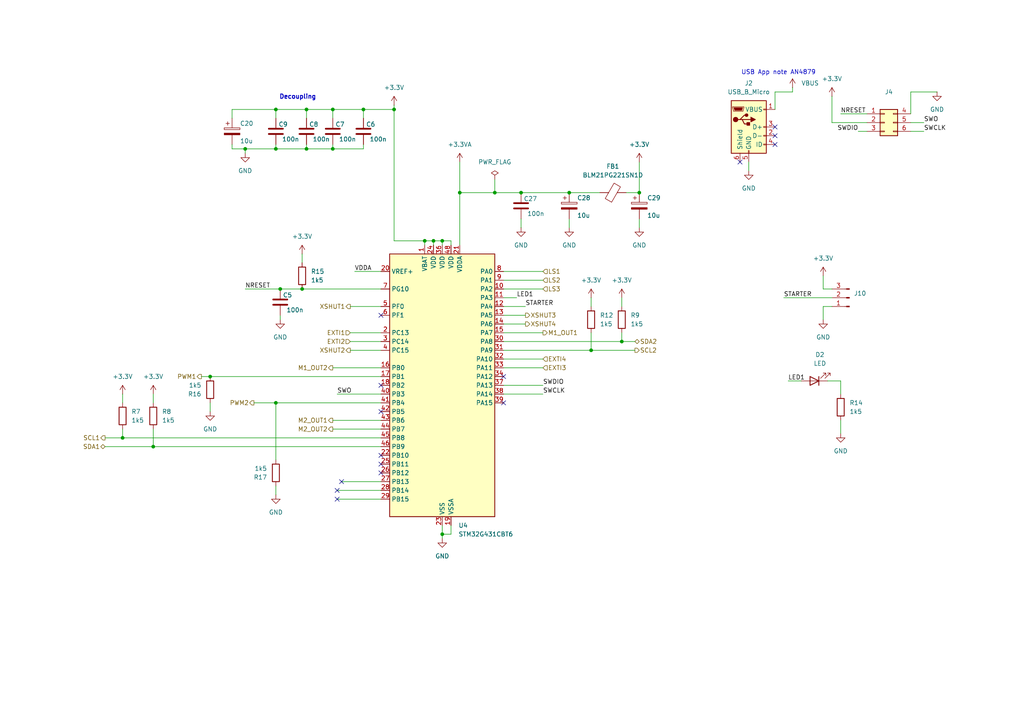
<source format=kicad_sch>
(kicad_sch (version 20250114) (generator "eeschema") (generator_version "9.0")
  (paper "A4")
  (lib_symbols
    (symbol "Connector:Conn_01x03_Pin" (pin_names (offset 1.016) (hide yes))
      (property "Reference" "J" (at 0 5.08 0))
      (property "Value" "Conn_01x03_Pin" (at 0 -5.08 0))
      (symbol "Conn_01x03_Pin_1_1"
        (rectangle (start 0.8636 2.667) (end 0 2.413) (stroke (width 0.1524)) (fill (type outline)))
        (rectangle (start 0.8636 0.127) (end 0 -0.127) (stroke (width 0.1524)) (fill (type outline)))
        (rectangle (start 0.8636 -2.413) (end 0 -2.667) (stroke (width 0.1524)) (fill (type outline)))
        (polyline (pts (xy 1.27 2.54) (xy 0.8636 2.54)) (stroke (width 0.1524)))
        (polyline (pts (xy 1.27 0) (xy 0.8636 0)) (stroke (width 0.1524)))
        (polyline (pts (xy 1.27 -2.54) (xy 0.8636 -2.54)) (stroke (width 0.1524)))
        (pin passive line (at 5.08 2.54 180) (length 3.81) (name "Pin_1") (number "1"))
        (pin passive line (at 5.08 0 180) (length 3.81) (name "Pin_2") (number "2"))
        (pin passive line (at 5.08 -2.54 180) (length 3.81) (name "Pin_3") (number "3"))
      )
    )
    (symbol "Connector:USB_B_Micro" (pin_names (offset 1.016))
      (property "Reference" "J" (at -5.08 11.43 0))
      (property "Value" "USB_B_Micro" (at -5.08 8.89 0))
      (symbol "USB_B_Micro_0_1"
        (rectangle (start -5.08 -7.62) (end 5.08 7.62) (stroke (width 0.254)) (fill (type background)))
        (polyline (pts (xy -4.699 5.842) (xy -4.699 5.588) (xy -4.445 4.826) (xy -4.445 4.572) (xy -1.651 4.572) (xy -1.651 4.826) (xy -1.397 5.588) (xy -1.397 5.842) (xy -4.699 5.842)))
        (polyline (pts (xy -4.318 5.588) (xy -1.778 5.588) (xy -2.032 4.826) (xy -4.064 4.826) (xy -4.318 5.588)) (fill (type outline)))
        (circle (center -3.81 2.159) (radius 0.635) (stroke (width 0.254)) (fill (type outline)))
        (polyline (pts (xy -3.175 2.159) (xy -2.54 2.159) (xy -1.27 3.429) (xy -0.635 3.429)) (stroke (width 0.254)))
        (polyline (pts (xy -2.54 2.159) (xy -1.905 2.159) (xy -1.27 0.889) (xy 0 0.889)) (stroke (width 0.254)))
        (polyline (pts (xy -1.905 2.159) (xy 0.635 2.159)) (stroke (width 0.254)))
        (circle (center -0.635 3.429) (radius 0.381) (stroke (width 0.254)) (fill (type outline)))
        (rectangle (start -0.127 -7.62) (end 0.127 -6.858))
        (rectangle (start 0.254 1.27) (end -0.508 0.508) (stroke (width 0.254)) (fill (type outline)))
        (polyline (pts (xy 0.635 2.794) (xy 0.635 1.524) (xy 1.905 2.159) (xy 0.635 2.794)) (stroke (width 0.254)) (fill (type outline)))
        (rectangle (start 5.08 4.953) (end 4.318 5.207))
        (rectangle (start 5.08 -0.127) (end 4.318 0.127))
        (rectangle (start 5.08 -2.667) (end 4.318 -2.413))
        (rectangle (start 5.08 -5.207) (end 4.318 -4.953))
      )
      (symbol "USB_B_Micro_1_1"
        (pin passive line (at -2.54 -10.16 90) (length 2.54) (name "Shield") (number "6"))
        (pin power_out line (at 0 -10.16 90) (length 2.54) (name "GND") (number "5"))
        (pin power_out line (at 7.62 5.08 180) (length 2.54) (name "VBUS") (number "1"))
        (pin bidirectional line (at 7.62 0 180) (length 2.54) (name "D+") (number "3"))
        (pin bidirectional line (at 7.62 -2.54 180) (length 2.54) (name "D-") (number "2"))
        (pin passive line (at 7.62 -5.08 180) (length 2.54) (name "ID") (number "4"))
      )
    )
    (symbol "Connector_Generic:Conn_02x03_Top_Bottom" (pin_names (offset 1.016) (hide yes))
      (property "Reference" "J" (at 1.27 5.08 0))
      (property "Value" "Conn_02x03_Top_Bottom" (at 1.27 -5.08 0))
      (symbol "Conn_02x03_Top_Bottom_1_1"
        (rectangle (start -1.27 3.81) (end 3.81 -3.81) (stroke (width 0.254)) (fill (type background)))
        (rectangle (start -1.27 2.667) (end 0 2.413) (stroke (width 0.1524)))
        (rectangle (start -1.27 0.127) (end 0 -0.127) (stroke (width 0.1524)))
        (rectangle (start -1.27 -2.413) (end 0 -2.667) (stroke (width 0.1524)))
        (rectangle (start 3.81 2.667) (end 2.54 2.413) (stroke (width 0.1524)))
        (rectangle (start 3.81 0.127) (end 2.54 -0.127) (stroke (width 0.1524)))
        (rectangle (start 3.81 -2.413) (end 2.54 -2.667) (stroke (width 0.1524)))
        (pin passive line (at -5.08 2.54 0) (length 3.81) (name "Pin_1") (number "1"))
        (pin passive line (at -5.08 0 0) (length 3.81) (name "Pin_2") (number "2"))
        (pin passive line (at -5.08 -2.54 0) (length 3.81) (name "Pin_3") (number "3"))
        (pin passive line (at 7.62 2.54 180) (length 3.81) (name "Pin_4") (number "4"))
        (pin passive line (at 7.62 0 180) (length 3.81) (name "Pin_5") (number "5"))
        (pin passive line (at 7.62 -2.54 180) (length 3.81) (name "Pin_6") (number "6"))
      )
    )
    (symbol "Device:C" (pin_numbers (hide yes)) (pin_names (offset 0.254))
      (property "Reference" "C" (at 0.635 2.54 0))
      (property "Value" "C" (at 0.635 -2.54 0))
      (symbol "C_0_1"
        (polyline (pts (xy -2.032 0.762) (xy 2.032 0.762)) (stroke (width 0.508)))
        (polyline (pts (xy -2.032 -0.762) (xy 2.032 -0.762)) (stroke (width 0.508)))
      )
      (symbol "C_1_1"
        (pin passive line (at 0 3.81 270) (length 2.794) (name "~") (number "1"))
        (pin passive line (at 0 -3.81 90) (length 2.794) (name "~") (number "2"))
      )
    )
    (symbol "Device:C_Polarized" (pin_numbers (hide yes)) (pin_names (offset 0.254))
      (property "Reference" "C" (at 0.635 2.54 0))
      (property "Value" "C_Polarized" (at 0.635 -2.54 0))
      (symbol "C_Polarized_0_1"
        (rectangle (start -2.286 0.508) (end 2.286 1.016))
        (polyline (pts (xy -1.778 2.286) (xy -0.762 2.286)))
        (polyline (pts (xy -1.27 2.794) (xy -1.27 1.778)))
        (rectangle (start 2.286 -0.508) (end -2.286 -1.016) (fill (type outline)))
      )
      (symbol "C_Polarized_1_1"
        (pin passive line (at 0 3.81 270) (length 2.794) (name "~") (number "1"))
        (pin passive line (at 0 -3.81 90) (length 2.794) (name "~") (number "2"))
      )
    )
    (symbol "Device:FerriteBead" (pin_numbers (hide yes)) (pin_names (offset 0))
      (property "Reference" "FB" (at -3.81 0.635 90))
      (property "Value" "FerriteBead" (at 3.81 0 90))
      (symbol "FerriteBead_0_1"
        (polyline (pts (xy -2.7686 0.4064) (xy -1.7018 2.2606) (xy 2.7686 -0.3048) (xy 1.6764 -2.159) (xy -2.7686 0.4064)))
        (polyline (pts (xy 0 1.27) (xy 0 1.2954)))
        (polyline (pts (xy 0 -1.27) (xy 0 -1.2192)))
      )
      (symbol "FerriteBead_1_1"
        (pin passive line (at 0 3.81 270) (length 2.54) (name "~") (number "1"))
        (pin passive line (at 0 -3.81 90) (length 2.54) (name "~") (number "2"))
      )
    )
    (symbol "Device:LED" (pin_numbers (hide yes)) (pin_names (offset 1.016) (hide yes))
      (property "Reference" "D" (at 0 2.54 0))
      (property "Value" "LED" (at 0 -2.54 0))
      (symbol "LED_0_1"
        (polyline (pts (xy -3.048 -0.762) (xy -4.572 -2.286) (xy -3.81 -2.286) (xy -4.572 -2.286) (xy -4.572 -1.524)))
        (polyline (pts (xy -1.778 -0.762) (xy -3.302 -2.286) (xy -2.54 -2.286) (xy -3.302 -2.286) (xy -3.302 -1.524)))
        (polyline (pts (xy -1.27 0) (xy 1.27 0)))
        (polyline (pts (xy -1.27 -1.27) (xy -1.27 1.27)) (stroke (width 0.254)))
        (polyline (pts (xy 1.27 -1.27) (xy 1.27 1.27) (xy -1.27 0) (xy 1.27 -1.27)) (stroke (width 0.254)))
      )
      (symbol "LED_1_1"
        (pin passive line (at -3.81 0 0) (length 2.54) (name "K") (number "1"))
        (pin passive line (at 3.81 0 180) (length 2.54) (name "A") (number "2"))
      )
    )
    (symbol "Device:R" (pin_numbers (hide yes)) (pin_names (offset 0))
      (property "Reference" "R" (at 2.032 0 90))
      (property "Value" "R" (at 0 0 90))
      (symbol "R_0_1"
        (rectangle (start -1.016 -2.54) (end 1.016 2.54) (stroke (width 0.254)))
      )
      (symbol "R_1_1"
        (pin passive line (at 0 3.81 270) (length 1.27) (name "~") (number "1"))
        (pin passive line (at 0 -3.81 90) (length 1.27) (name "~") (number "2"))
      )
    )
    (symbol "MCU_ST_STM32G4:STM32G431CBTx"
      (property "Reference" "U" (at -15.24 39.37 0))
      (property "Value" "STM32G431CBTx" (at 7.62 39.37 0))
      (symbol "STM32G431CBTx_0_1"
        (rectangle (start -15.24 -38.1) (end 15.24 38.1) (stroke (width 0.254)) (fill (type background)))
      )
      (symbol "STM32G431CBTx_1_1"
        (pin input line (at -17.78 33.02 0) (length 2.54) (name "VREF+") (number "20"))
        (pin bidirectional line (at -17.78 27.94 0) (length 2.54) (name "PG10") (number "7"))
        (pin bidirectional line (at -17.78 22.86 0) (length 2.54) (name "PF0") (number "5"))
        (pin bidirectional line (at -17.78 20.32 0) (length 2.54) (name "PF1") (number "6"))
        (pin bidirectional line (at -17.78 15.24 0) (length 2.54) (name "PC13") (number "2"))
        (pin bidirectional line (at -17.78 12.7 0) (length 2.54) (name "PC14") (number "3"))
        (pin bidirectional line (at -17.78 10.16 0) (length 2.54) (name "PC15") (number "4"))
        (pin bidirectional line (at -17.78 5.08 0) (length 2.54) (name "PB0") (number "16"))
        (pin bidirectional line (at -17.78 2.54 0) (length 2.54) (name "PB1") (number "17"))
        (pin bidirectional line (at -17.78 0 0) (length 2.54) (name "PB2") (number "18"))
        (pin bidirectional line (at -17.78 -2.54 0) (length 2.54) (name "PB3") (number "40"))
        (pin bidirectional line (at -17.78 -5.08 0) (length 2.54) (name "PB4") (number "41"))
        (pin bidirectional line (at -17.78 -7.62 0) (length 2.54) (name "PB5") (number "42"))
        (pin bidirectional line (at -17.78 -10.16 0) (length 2.54) (name "PB6") (number "43"))
        (pin bidirectional line (at -17.78 -12.7 0) (length 2.54) (name "PB7") (number "44"))
        (pin bidirectional line (at -17.78 -15.24 0) (length 2.54) (name "PB8") (number "45"))
        (pin bidirectional line (at -17.78 -17.78 0) (length 2.54) (name "PB9") (number "46"))
        (pin bidirectional line (at -17.78 -20.32 0) (length 2.54) (name "PB10") (number "22"))
        (pin bidirectional line (at -17.78 -22.86 0) (length 2.54) (name "PB11") (number "25"))
        (pin bidirectional line (at -17.78 -25.4 0) (length 2.54) (name "PB12") (number "26"))
        (pin bidirectional line (at -17.78 -27.94 0) (length 2.54) (name "PB13") (number "27"))
        (pin bidirectional line (at -17.78 -30.48 0) (length 2.54) (name "PB14") (number "28"))
        (pin bidirectional line (at -17.78 -33.02 0) (length 2.54) (name "PB15") (number "29"))
        (pin power_in line (at -5.08 40.64 270) (length 2.54) (name "VBAT") (number "1"))
        (pin power_in line (at -2.54 40.64 270) (length 2.54) (name "VDD") (number "24"))
        (pin power_in line (at 0 40.64 270) (length 2.54) (name "VDD") (number "36"))
        (pin power_in line (at 0 -40.64 90) (length 2.54) (name "VSS") (number "23"))
        (pin passive line (at 0 -40.64 90) (length 2.54) (hide yes) (name "VSS") (number "35"))
        (pin passive line (at 0 -40.64 90) (length 2.54) (hide yes) (name "VSS") (number "47"))
        (pin power_in line (at 2.54 40.64 270) (length 2.54) (name "VDD") (number "48"))
        (pin power_in line (at 2.54 -40.64 90) (length 2.54) (name "VSSA") (number "19"))
        (pin power_in line (at 5.08 40.64 270) (length 2.54) (name "VDDA") (number "21"))
        (pin bidirectional line (at 17.78 33.02 180) (length 2.54) (name "PA0") (number "8"))
        (pin bidirectional line (at 17.78 30.48 180) (length 2.54) (name "PA1") (number "9"))
        (pin bidirectional line (at 17.78 27.94 180) (length 2.54) (name "PA2") (number "10"))
        (pin bidirectional line (at 17.78 25.4 180) (length 2.54) (name "PA3") (number "11"))
        (pin bidirectional line (at 17.78 22.86 180) (length 2.54) (name "PA4") (number "12"))
        (pin bidirectional line (at 17.78 20.32 180) (length 2.54) (name "PA5") (number "13"))
        (pin bidirectional line (at 17.78 17.78 180) (length 2.54) (name "PA6") (number "14"))
        (pin bidirectional line (at 17.78 15.24 180) (length 2.54) (name "PA7") (number "15"))
        (pin bidirectional line (at 17.78 12.7 180) (length 2.54) (name "PA8") (number "30"))
        (pin bidirectional line (at 17.78 10.16 180) (length 2.54) (name "PA9") (number "31"))
        (pin bidirectional line (at 17.78 7.62 180) (length 2.54) (name "PA10") (number "32"))
        (pin bidirectional line (at 17.78 5.08 180) (length 2.54) (name "PA11") (number "33"))
        (pin bidirectional line (at 17.78 2.54 180) (length 2.54) (name "PA12") (number "34"))
        (pin bidirectional line (at 17.78 0 180) (length 2.54) (name "PA13") (number "37"))
        (pin bidirectional line (at 17.78 -2.54 180) (length 2.54) (name "PA14") (number "38"))
        (pin bidirectional line (at 17.78 -5.08 180) (length 2.54) (name "PA15") (number "39"))
      )
    )
    (symbol "power:+3.3V" (power) (pin_numbers (hide yes)) (pin_names (offset 0) (hide yes))
      (property "Value" "+3.3V" (at 0 3.556 0))
      (symbol "+3.3V_0_1"
        (polyline (pts (xy -0.762 1.27) (xy 0 2.54)))
        (polyline (pts (xy 0 2.54) (xy 0.762 1.27)))
        (polyline (pts (xy 0 0) (xy 0 2.54)))
      )
      (symbol "+3.3V_1_1"
        (pin power_in line (at 0 0 90) (length 0) (name "~") (number "1"))
      )
    )
    (symbol "power:GND" (power) (pin_numbers (hide yes)) (pin_names (offset 0) (hide yes))
      (property "Value" "GND" (at 0 -3.81 0))
      (symbol "GND_0_1"
        (polyline (pts (xy 0 0) (xy 0 -1.27) (xy 1.27 -1.27) (xy 0 -2.54) (xy -1.27 -1.27) (xy 0 -1.27)))
      )
      (symbol "GND_1_1"
        (pin power_in line (at 0 0 270) (length 0) (name "~") (number "1"))
      )
    )
    (symbol "power:PWR_FLAG" (power) (pin_numbers (hide yes)) (pin_names (offset 0) (hide yes))
      (property "Value" "PWR_FLAG" (at 0 3.81 0))
      (symbol "PWR_FLAG_0_0"
        (pin power_out line (at 0 0 90) (length 0) (name "~") (number "1"))
      )
      (symbol "PWR_FLAG_0_1"
        (polyline (pts (xy 0 0) (xy 0 1.27) (xy -1.016 1.905) (xy 0 2.54) (xy 1.016 1.905) (xy 0 1.27)))
      )
    )
    (symbol "power:VBUS" (power) (pin_numbers (hide yes)) (pin_names (offset 0) (hide yes))
      (property "Value" "VBUS" (at 0 3.556 0))
      (symbol "VBUS_0_1"
        (polyline (pts (xy -0.762 1.27) (xy 0 2.54)))
        (polyline (pts (xy 0 2.54) (xy 0.762 1.27)))
        (polyline (pts (xy 0 0) (xy 0 2.54)))
      )
      (symbol "VBUS_1_1"
        (pin power_in line (at 0 0 90) (length 0) (name "~") (number "1"))
      )
    )
  )
  (text "Decoupling" (at 86.36 28.194 0) (effects (font (size 1.27 1.27) (thickness 0.254) (bold yes))))
  (text "USB App note AN4879\n" (at 225.806 21.082 0) (effects (font (size 1.27 1.27) (thickness 0.1588))))
  (junction (at 80.01 116.84))
  (junction (at 60.96 109.22))
  (junction (at 87.63 83.82))
  (junction (at 128.27 69.85))
  (junction (at 151.13 55.88))
  (junction (at 123.19 69.85))
  (junction (at 81.28 83.82))
  (junction (at 96.52 43.18))
  (junction (at 71.12 43.18))
  (junction (at 125.73 69.85))
  (junction (at 105.41 31.75))
  (junction (at 165.1 55.88))
  (junction (at 133.35 55.88))
  (junction (at 80.01 31.75))
  (junction (at 180.34 99.06))
  (junction (at 88.9 43.18))
  (junction (at 185.42 55.88))
  (junction (at 171.45 101.6))
  (junction (at 80.01 43.18))
  (junction (at 35.56 127))
  (junction (at 96.52 31.75))
  (junction (at 44.45 129.54))
  (junction (at 88.9 31.75))
  (junction (at 143.51 55.88))
  (junction (at 128.27 154.94))
  (junction (at 114.3 31.75))
  (no_connect (at 110.49 111.76))
  (no_connect (at 224.79 41.91))
  (no_connect (at 146.05 109.22))
  (no_connect (at 110.49 137.16))
  (no_connect (at 110.49 91.44))
  (no_connect (at 110.49 119.38))
  (no_connect (at 99.06 139.7))
  (no_connect (at 224.79 39.37))
  (no_connect (at 146.05 116.84))
  (no_connect (at 224.79 36.83))
  (no_connect (at 110.49 134.62))
  (no_connect (at 214.63 46.99))
  (no_connect (at 110.49 132.08))
  (no_connect (at 97.79 142.24))
  (no_connect (at 97.79 144.78))
  (wire (pts (xy 238.76 88.9) (xy 238.76 92.71)))
  (wire (pts (xy 130.81 152.4) (xy 130.81 154.94)))
  (wire (pts (xy 96.52 31.75) (xy 96.52 34.29)))
  (wire (pts (xy 130.81 69.85) (xy 128.27 69.85)))
  (wire (pts (xy 165.1 55.88) (xy 173.99 55.88)))
  (wire (pts (xy 151.13 63.5) (xy 151.13 66.04)))
  (wire (pts (xy 243.84 110.49) (xy 243.84 114.3)))
  (wire (pts (xy 73.66 116.84) (xy 80.01 116.84)))
  (wire (pts (xy 264.16 33.02) (xy 264.16 26.67)))
  (wire (pts (xy 35.56 124.46) (xy 35.56 127)))
  (wire (pts (xy 171.45 96.52) (xy 171.45 101.6)))
  (wire (pts (xy 81.28 91.44) (xy 81.28 92.71)))
  (wire (pts (xy 180.34 86.36) (xy 180.34 88.9)))
  (wire (pts (xy 181.61 55.88) (xy 185.42 55.88)))
  (wire (pts (xy 88.9 41.91) (xy 88.9 43.18)))
  (wire (pts (xy 123.19 69.85) (xy 123.19 71.12)))
  (wire (pts (xy 180.34 99.06) (xy 184.15 99.06)))
  (wire (pts (xy 67.31 41.91) (xy 67.31 43.18)))
  (wire (pts (xy 71.12 83.82) (xy 81.28 83.82)))
  (wire (pts (xy 133.35 55.88) (xy 133.35 71.12)))
  (wire (pts (xy 228.6 110.49) (xy 232.41 110.49)))
  (wire (pts (xy 58.42 109.22) (xy 60.96 109.22)))
  (wire (pts (xy 171.45 101.6) (xy 184.15 101.6)))
  (wire (pts (xy 71.12 43.18) (xy 71.12 44.45)))
  (wire (pts (xy 67.31 34.29) (xy 67.31 31.75)))
  (wire (pts (xy 96.52 43.18) (xy 105.41 43.18)))
  (wire (pts (xy 97.79 144.78) (xy 110.49 144.78)))
  (wire (pts (xy 146.05 99.06) (xy 180.34 99.06)))
  (wire (pts (xy 146.05 88.9) (xy 152.4 88.9)))
  (wire (pts (xy 133.35 46.99) (xy 133.35 55.88)))
  (wire (pts (xy 96.52 31.75) (xy 105.41 31.75)))
  (wire (pts (xy 67.31 43.18) (xy 71.12 43.18)))
  (wire (pts (xy 151.13 55.88) (xy 165.1 55.88)))
  (wire (pts (xy 243.84 121.92) (xy 243.84 125.73)))
  (wire (pts (xy 171.45 86.36) (xy 171.45 88.9)))
  (wire (pts (xy 88.9 31.75) (xy 88.9 34.29)))
  (wire (pts (xy 105.41 31.75) (xy 105.41 34.29)))
  (wire (pts (xy 30.48 127) (xy 35.56 127)))
  (wire (pts (xy 146.05 101.6) (xy 171.45 101.6)))
  (wire (pts (xy 44.45 124.46) (xy 44.45 129.54)))
  (wire (pts (xy 87.63 83.82) (xy 110.49 83.82)))
  (wire (pts (xy 240.03 110.49) (xy 243.84 110.49)))
  (wire (pts (xy 101.6 99.06) (xy 110.49 99.06)))
  (wire (pts (xy 30.48 129.54) (xy 44.45 129.54)))
  (wire (pts (xy 105.41 31.75) (xy 114.3 31.75)))
  (wire (pts (xy 88.9 43.18) (xy 96.52 43.18)))
  (wire (pts (xy 60.96 109.22) (xy 110.49 109.22)))
  (wire (pts (xy 241.3 88.9) (xy 238.76 88.9)))
  (wire (pts (xy 248.92 38.1) (xy 251.46 38.1)))
  (wire (pts (xy 243.84 33.02) (xy 251.46 33.02)))
  (wire (pts (xy 227.33 86.36) (xy 241.3 86.36)))
  (wire (pts (xy 238.76 83.82) (xy 241.3 83.82)))
  (wire (pts (xy 146.05 81.28) (xy 157.48 81.28)))
  (wire (pts (xy 114.3 69.85) (xy 123.19 69.85)))
  (wire (pts (xy 241.3 27.94) (xy 241.3 35.56)))
  (wire (pts (xy 114.3 31.75) (xy 114.3 69.85)))
  (wire (pts (xy 96.52 41.91) (xy 96.52 43.18)))
  (wire (pts (xy 146.05 106.68) (xy 157.48 106.68)))
  (wire (pts (xy 146.05 96.52) (xy 157.48 96.52)))
  (wire (pts (xy 224.79 26.67) (xy 229.87 26.67)))
  (wire (pts (xy 71.12 43.18) (xy 80.01 43.18)))
  (wire (pts (xy 128.27 69.85) (xy 128.27 71.12)))
  (wire (pts (xy 264.16 26.67) (xy 271.78 26.67)))
  (wire (pts (xy 80.01 143.51) (xy 80.01 140.97)))
  (wire (pts (xy 217.17 46.99) (xy 217.17 49.53)))
  (wire (pts (xy 146.05 91.44) (xy 152.4 91.44)))
  (wire (pts (xy 146.05 114.3) (xy 157.48 114.3)))
  (wire (pts (xy 143.51 55.88) (xy 151.13 55.88)))
  (wire (pts (xy 102.87 78.74) (xy 110.49 78.74)))
  (wire (pts (xy 80.01 116.84) (xy 110.49 116.84)))
  (wire (pts (xy 80.01 43.18) (xy 88.9 43.18)))
  (wire (pts (xy 146.05 78.74) (xy 157.48 78.74)))
  (wire (pts (xy 99.06 139.7) (xy 110.49 139.7)))
  (wire (pts (xy 241.3 35.56) (xy 251.46 35.56)))
  (wire (pts (xy 185.42 63.5) (xy 185.42 66.04)))
  (wire (pts (xy 128.27 152.4) (xy 128.27 154.94)))
  (wire (pts (xy 80.01 116.84) (xy 80.01 133.35)))
  (wire (pts (xy 146.05 104.14) (xy 157.48 104.14)))
  (wire (pts (xy 97.79 114.3) (xy 110.49 114.3)))
  (wire (pts (xy 229.87 26.67) (xy 229.87 25.4)))
  (wire (pts (xy 101.6 96.52) (xy 110.49 96.52)))
  (wire (pts (xy 128.27 69.85) (xy 125.73 69.85)))
  (wire (pts (xy 97.79 142.24) (xy 110.49 142.24)))
  (wire (pts (xy 133.35 55.88) (xy 143.51 55.88)))
  (wire (pts (xy 143.51 52.07) (xy 143.51 55.88)))
  (wire (pts (xy 114.3 31.75) (xy 114.3 30.48)))
  (wire (pts (xy 96.52 121.92) (xy 110.49 121.92)))
  (wire (pts (xy 238.76 80.01) (xy 238.76 83.82)))
  (wire (pts (xy 105.41 41.91) (xy 105.41 43.18)))
  (wire (pts (xy 128.27 154.94) (xy 128.27 156.21)))
  (wire (pts (xy 35.56 114.3) (xy 35.56 116.84)))
  (wire (pts (xy 101.6 101.6) (xy 110.49 101.6)))
  (wire (pts (xy 96.52 124.46) (xy 110.49 124.46)))
  (wire (pts (xy 125.73 69.85) (xy 123.19 69.85)))
  (wire (pts (xy 146.05 111.76) (xy 157.48 111.76)))
  (wire (pts (xy 80.01 41.91) (xy 80.01 43.18)))
  (wire (pts (xy 180.34 96.52) (xy 180.34 99.06)))
  (wire (pts (xy 96.52 106.68) (xy 110.49 106.68)))
  (wire (pts (xy 224.79 31.75) (xy 224.79 26.67)))
  (wire (pts (xy 185.42 46.99) (xy 185.42 55.88)))
  (wire (pts (xy 35.56 127) (xy 110.49 127)))
  (wire (pts (xy 87.63 73.66) (xy 87.63 76.2)))
  (wire (pts (xy 44.45 114.3) (xy 44.45 116.84)))
  (wire (pts (xy 67.31 31.75) (xy 80.01 31.75)))
  (wire (pts (xy 80.01 31.75) (xy 80.01 34.29)))
  (wire (pts (xy 165.1 63.5) (xy 165.1 66.04)))
  (wire (pts (xy 146.05 86.36) (xy 149.86 86.36)))
  (wire (pts (xy 128.27 154.94) (xy 130.81 154.94)))
  (wire (pts (xy 80.01 31.75) (xy 88.9 31.75)))
  (wire (pts (xy 88.9 31.75) (xy 96.52 31.75)))
  (wire (pts (xy 146.05 93.98) (xy 152.4 93.98)))
  (wire (pts (xy 146.05 83.82) (xy 157.48 83.82)))
  (wire (pts (xy 264.16 38.1) (xy 267.97 38.1)))
  (wire (pts (xy 130.81 71.12) (xy 130.81 69.85)))
  (wire (pts (xy 81.28 83.82) (xy 87.63 83.82)))
  (wire (pts (xy 44.45 129.54) (xy 110.49 129.54)))
  (wire (pts (xy 264.16 35.56) (xy 267.97 35.56)))
  (wire (pts (xy 125.73 69.85) (xy 125.73 71.12)))
  (wire (pts (xy 60.96 119.38) (xy 60.96 116.84)))
  (wire (pts (xy 101.6 88.9) (xy 110.49 88.9)))
  (label "NRESET" (at 243.84 33.02 0))
  (label "VDDA" (at 102.87 78.74 0))
  (label "SWDIO" (at 248.92 38.1 180))
  (label "STARTER" (at 227.33 86.36 0))
  (label "SWDIO" (at 157.48 111.76 0))
  (label "SWCLK" (at 267.97 38.1 0))
  (label "SWCLK" (at 157.48 114.3 0))
  (label "SWO" (at 97.79 114.3 0))
  (label "STARTER" (at 152.4 88.9 0))
  (label "LED1" (at 228.6 110.49 0))
  (label "LED1" (at 149.86 86.36 0))
  (label "NRESET" (at 71.12 83.82 0))
  (label "SWO" (at 267.97 35.56 0))
  (hierarchical_label "SCL1" (shape output) (at 30.48 127 180))
  (hierarchical_label "LS3" (shape input) (at 157.48 83.82 0))
  (hierarchical_label "SCL2" (shape output) (at 184.15 101.6 0))
  (hierarchical_label "XSHUT4" (shape output) (at 152.4 93.98 0))
  (hierarchical_label "LS1" (shape input) (at 157.48 78.74 0))
  (hierarchical_label "SDA1" (shape bidirectional) (at 30.48 129.54 180))
  (hierarchical_label "PWM1" (shape output) (at 58.42 109.22 180))
  (hierarchical_label "EXTI3" (shape input) (at 157.48 106.68 0))
  (hierarchical_label "SDA2" (shape bidirectional) (at 184.15 99.06 0))
  (hierarchical_label "XSHUT1" (shape output) (at 101.6 88.9 180))
  (hierarchical_label "M1_OUT2" (shape output) (at 96.52 106.68 180))
  (hierarchical_label "EXTI4" (shape input) (at 157.48 104.14 0))
  (hierarchical_label "M1_OUT1" (shape output) (at 157.48 96.52 0))
  (hierarchical_label "M2_OUT1" (shape output) (at 96.52 121.92 180))
  (hierarchical_label "PWM2" (shape output) (at 73.66 116.84 180))
  (hierarchical_label "LS2" (shape input) (at 157.48 81.28 0))
  (hierarchical_label "XSHUT2" (shape output) (at 101.6 101.6 180))
  (hierarchical_label "XSHUT3" (shape output) (at 152.4 91.44 0))
  (hierarchical_label "M2_OUT2" (shape output) (at 96.52 124.46 180))
  (hierarchical_label "EXTI2" (shape input) (at 101.6 99.06 180))
  (hierarchical_label "EXTI1" (shape input) (at 101.6 96.52 180))
  (symbol (lib_id "power:+3.3V") (at 114.3 30.48 0) (unit 1)
    (property "Reference" "#PWR034" (effects (hide yes)))
    (property "Value" "+3.3V" (at 114.3 25.4 0))
    (property "Description" "Power symbol creates a global label with name \"+3.3V\"" (effects (hide yes)))
  )
  (symbol (lib_id "Device:R") (at 35.56 120.65 0) (unit 1)
    (property "Reference" "R7" (at 38.1 119.3799 0) (effects (justify left)))
    (property "Value" "1k5" (at 38.1 121.9199 0) (effects (justify left)))
    (property "Footprint" "Resistor_SMD:R_0805_2012Metric_Pad1.20x1.40mm_HandSolder" (effects (hide yes)))
    (property "Description" "Resistor" (effects (hide yes)))
  )
  (symbol (lib_id "power:+3.3V") (at 35.56 114.3 0) (unit 1)
    (property "Reference" "#PWR016" (effects (hide yes)))
    (property "Value" "+3.3V" (at 35.56 109.22 0))
    (property "Description" "Power symbol creates a global label with name \"+3.3V\"" (effects (hide yes)))
  )
  (symbol (lib_id "power:GND") (at 271.78 26.67 0) (unit 1)
    (property "Reference" "#PWR042" (effects (hide yes)))
    (property "Value" "GND" (at 271.78 31.75 0))
    (property "Description" "Power symbol creates a global label with name \"GND\" , ground" (effects (hide yes)))
  )
  (symbol (lib_id "power:GND") (at 80.01 143.51 0) (unit 1)
    (property "Reference" "#PWR068" (effects (hide yes)))
    (property "Value" "GND" (at 80.01 148.59 0))
    (property "Description" "Power symbol creates a global label with name \"GND\" , ground" (effects (hide yes)))
  )
  (symbol (lib_id "power:GND") (at 151.13 66.04 0) (unit 1)
    (property "Reference" "#PWR025" (effects (hide yes)))
    (property "Value" "GND" (at 151.13 71.12 0))
    (property "Description" "Power symbol creates a global label with name \"GND\" , ground" (effects (hide yes)))
  )
  (symbol (lib_id "Device:R") (at 171.45 92.71 0) (unit 1)
    (property "Reference" "R12" (at 173.99 91.4399 0) (effects (justify left)))
    (property "Value" "1k5" (at 173.99 93.9799 0) (effects (justify left)))
    (property "Footprint" "Resistor_SMD:R_0805_2012Metric_Pad1.20x1.40mm_HandSolder" (effects (hide yes)))
    (property "Description" "Resistor" (effects (hide yes)))
  )
  (symbol (lib_id "Device:R") (at 44.45 120.65 0) (unit 1)
    (property "Reference" "R8" (at 46.99 119.3799 0) (effects (justify left)))
    (property "Value" "1k5" (at 46.99 121.9199 0) (effects (justify left)))
    (property "Footprint" "Resistor_SMD:R_0805_2012Metric_Pad1.20x1.40mm_HandSolder" (effects (hide yes)))
    (property "Description" "Resistor" (effects (hide yes)))
  )
  (symbol (lib_id "power:+3.3V") (at 44.45 114.3 0) (unit 1)
    (property "Reference" "#PWR021" (effects (hide yes)))
    (property "Value" "+3.3V" (at 44.45 109.22 0))
    (property "Description" "Power symbol creates a global label with name \"+3.3V\"" (effects (hide yes)))
  )
  (symbol (lib_id "Device:R") (at 60.96 113.03 180) (unit 1)
    (property "Reference" "R16" (at 58.42 114.3001 0) (effects (justify left)))
    (property "Value" "1k5" (at 58.42 111.7601 0) (effects (justify left)))
    (property "Footprint" "Resistor_SMD:R_0805_2012Metric_Pad1.20x1.40mm_HandSolder" (effects (hide yes)))
    (property "Description" "Resistor" (effects (hide yes)))
  )
  (symbol (lib_id "power:GND") (at 165.1 66.04 0) (unit 1)
    (property "Reference" "#PWR030" (effects (hide yes)))
    (property "Value" "GND" (at 165.1 71.12 0))
    (property "Description" "Power symbol creates a global label with name \"GND\" , ground" (effects (hide yes)))
  )
  (symbol (lib_id "power:+3.3V") (at 171.45 86.36 0) (unit 1)
    (property "Reference" "#PWR024" (effects (hide yes)))
    (property "Value" "+3.3V" (at 171.45 81.28 0))
    (property "Description" "Power symbol creates a global label with name \"+3.3V\"" (effects (hide yes)))
  )
  (symbol (lib_id "Device:C") (at 151.13 59.69 0) (unit 1)
    (property "Reference" "C27" (at 151.892 57.658 0) (effects (justify left)))
    (property "Value" "100n" (at 152.908 61.976 0) (effects (justify left)))
    (property "Footprint" "Capacitor_SMD:C_0805_2012Metric_Pad1.18x1.45mm_HandSolder" (effects (hide yes)))
    (property "Description" "Unpolarized capacitor" (effects (hide yes)))
  )
  (symbol (lib_id "Device:FerriteBead") (at 177.8 55.88 90) (unit 1)
    (property "Reference" "FB1" (at 177.7492 48.26 90))
    (property "Value" "BLM21PG221SN1D" (at 177.7492 50.8 90))
    (property "Footprint" "Capacitor_SMD:C_0805_2012Metric_Pad1.18x1.45mm_HandSolder" (effects (hide yes)))
    (property "Description" "Ferrite bead" (effects (hide yes)))
  )
  (symbol (lib_id "power:GND") (at 81.28 92.71 0) (unit 1)
    (property "Reference" "#PWR017" (effects (hide yes)))
    (property "Value" "GND" (at 81.28 97.79 0))
    (property "Description" "Power symbol creates a global label with name \"GND\" , ground" (effects (hide yes)))
  )
  (symbol (lib_id "power:+3.3V") (at 87.63 73.66 0) (unit 1)
    (property "Reference" "#PWR048" (effects (hide yes)))
    (property "Value" "+3.3V" (at 87.63 68.58 0))
    (property "Description" "Power symbol creates a global label with name \"+3.3V\"" (effects (hide yes)))
  )
  (symbol (lib_id "power:+3.3V") (at 180.34 86.36 0) (unit 1)
    (property "Reference" "#PWR022" (effects (hide yes)))
    (property "Value" "+3.3V" (at 180.34 81.28 0))
    (property "Description" "Power symbol creates a global label with name \"+3.3V\"" (effects (hide yes)))
  )
  (symbol (lib_id "power:+3.3V") (at 133.35 46.99 0) (unit 1)
    (property "Reference" "#PWR039" (effects (hide yes)))
    (property "Value" "+3.3VA" (at 133.35 41.91 0))
    (property "Description" "Power symbol creates a global label with name \"+3.3V\"" (effects (hide yes)))
  )
  (symbol (lib_id "power:GND") (at 60.96 119.38 0) (unit 1)
    (property "Reference" "#PWR050" (effects (hide yes)))
    (property "Value" "GND" (at 60.96 124.46 0))
    (property "Description" "Power symbol creates a global label with name \"GND\" , ground" (effects (hide yes)))
  )
  (symbol (lib_id "power:VBUS") (at 229.87 25.4 0) (unit 1)
    (property "Reference" "#PWR019" (effects (hide yes)))
    (property "Value" "VBUS" (at 232.41 24.1299 0) (effects (justify left)))
    (property "Description" "Power symbol creates a global label with name \"VBUS\"" (effects (hide yes)))
  )
  (symbol (lib_id "Device:R") (at 87.63 80.01 0) (unit 1)
    (property "Reference" "R15" (at 90.17 78.7399 0) (effects (justify left)))
    (property "Value" "1k5" (at 90.17 81.2799 0) (effects (justify left)))
    (property "Footprint" "Resistor_SMD:R_0805_2012Metric_Pad1.20x1.40mm_HandSolder" (effects (hide yes)))
    (property "Description" "Resistor" (effects (hide yes)))
  )
  (symbol (lib_id "power:GND") (at 217.17 49.53 0) (unit 1)
    (property "Reference" "#PWR066" (effects (hide yes)))
    (property "Value" "GND" (at 217.17 54.61 0))
    (property "Description" "Power symbol creates a global label with name \"GND\" , ground" (effects (hide yes)))
  )
  (symbol (lib_id "power:GND") (at 243.84 125.73 0) (unit 1)
    (property "Reference" "#PWR038" (effects (hide yes)))
    (property "Value" "GND" (at 243.84 130.81 0))
    (property "Description" "Power symbol creates a global label with name \"GND\" , ground" (effects (hide yes)))
  )
  (symbol (lib_id "power:+3.3V") (at 238.76 80.01 0) (unit 1)
    (property "Reference" "#PWR052" (effects (hide yes)))
    (property "Value" "+3.3V" (at 238.76 74.93 0))
    (property "Description" "Power symbol creates a global label with name \"+3.3V\"" (effects (hide yes)))
  )
  (symbol (lib_id "Device:R") (at 243.84 118.11 0) (unit 1)
    (property "Reference" "R14" (at 246.38 116.8399 0) (effects (justify left)))
    (property "Value" "1k5" (at 246.38 119.3799 0) (effects (justify left)))
    (property "Footprint" "Resistor_SMD:R_0805_2012Metric_Pad1.20x1.40mm_HandSolder" (effects (hide yes)))
    (property "Description" "Resistor" (effects (hide yes)))
  )
  (symbol (lib_id "Device:C_Polarized") (at 165.1 59.69 0) (unit 1)
    (property "Reference" "C28" (at 167.386 57.404 0) (effects (justify left)))
    (property "Value" "10u" (at 167.386 62.484 0) (effects (justify left)))
    (property "Footprint" "Capacitor_Tantalum_SMD:CP_EIA-3528-12_Kemet-T_HandSolder" (effects (hide yes)))
    (property "Description" "Polarized capacitor" (effects (hide yes)))
  )
  (symbol (lib_id "Connector_Generic:Conn_02x03_Top_Bottom") (at 256.54 35.56 0) (unit 1)
    (property "Reference" "J4" (at 257.81 26.67 0))
    (property "Value" "Conn_02x03_Top_Bottom" (effects (hide yes)))
    (property "Footprint" "Connector_PinHeader_2.54mm:PinHeader_2x03_P2.54mm_Vertical" (effects (hide yes)))
    (property "Description" "Generic connector, double row, 02x03, top/bottom pin numbering scheme (row 1: 1...pins_per_row, row2: pins_per_row+1 ... num_pins), script generated (kicad-library-utils/schlib/autogen/connector/)" (effects (hide yes)))
  )
  (symbol (lib_id "Device:LED") (at 236.22 110.49 180) (unit 1)
    (property "Reference" "D2" (at 237.8075 102.87 0))
    (property "Value" "LED" (at 237.8075 105.41 0))
    (property "Footprint" "LED_SMD:LED_0805_2012Metric_Pad1.15x1.40mm_HandSolder" (effects (hide yes)))
    (property "Description" "Light emitting diode" (effects (hide yes)))
    (property "Sim.Pins" "1=K 2=A" (effects (hide yes)))
  )
  (symbol (lib_id "Device:C") (at 105.41 38.1 0) (unit 1)
    (property "Reference" "C6" (at 106.172 36.068 0) (effects (justify left)))
    (property "Value" "100n" (at 107.188 40.386 0) (effects (justify left)))
    (property "Footprint" "Capacitor_SMD:C_0805_2012Metric_Pad1.18x1.45mm_HandSolder" (effects (hide yes)))
    (property "Description" "Unpolarized capacitor" (effects (hide yes)))
  )
  (symbol (lib_id "Device:C") (at 96.52 38.1 0) (unit 1)
    (property "Reference" "C7" (at 97.282 36.068 0) (effects (justify left)))
    (property "Value" "100n" (at 98.298 40.386 0) (effects (justify left)))
    (property "Footprint" "Capacitor_SMD:C_0805_2012Metric_Pad1.18x1.45mm_HandSolder" (effects (hide yes)))
    (property "Description" "Unpolarized capacitor" (effects (hide yes)))
  )
  (symbol (lib_id "power:+3.3V") (at 185.42 46.99 0) (unit 1)
    (property "Reference" "#PWR047" (effects (hide yes)))
    (property "Value" "+3.3V" (at 185.42 41.91 0))
    (property "Description" "Power symbol creates a global label with name \"+3.3V\"" (effects (hide yes)))
  )
  (symbol (lib_id "Device:R") (at 80.01 137.16 180) (unit 1)
    (property "Reference" "R17" (at 77.47 138.4301 0) (effects (justify left)))
    (property "Value" "1k5" (at 77.47 135.8901 0) (effects (justify left)))
    (property "Footprint" "Resistor_SMD:R_0805_2012Metric_Pad1.20x1.40mm_HandSolder" (effects (hide yes)))
    (property "Description" "Resistor" (effects (hide yes)))
  )
  (symbol (lib_id "Device:C") (at 88.9 38.1 0) (unit 1)
    (property "Reference" "C8" (at 89.662 36.068 0) (effects (justify left)))
    (property "Value" "100n" (at 90.678 40.386 0) (effects (justify left)))
    (property "Footprint" "Capacitor_SMD:C_0805_2012Metric_Pad1.18x1.45mm_HandSolder" (effects (hide yes)))
    (property "Description" "Unpolarized capacitor" (effects (hide yes)))
  )
  (symbol (lib_id "power:GND") (at 128.27 156.21 0) (unit 1)
    (property "Reference" "#PWR020" (effects (hide yes)))
    (property "Value" "GND" (at 128.27 161.29 0))
    (property "Description" "Power symbol creates a global label with name \"GND\" , ground" (effects (hide yes)))
  )
  (symbol (lib_id "power:GND") (at 71.12 44.45 0) (unit 1)
    (property "Reference" "#PWR018" (effects (hide yes)))
    (property "Value" "GND" (at 71.12 49.53 0))
    (property "Description" "Power symbol creates a global label with name \"GND\" , ground" (effects (hide yes)))
  )
  (symbol (lib_id "Device:C_Polarized") (at 67.31 38.1 0) (unit 1)
    (property "Reference" "C20" (at 69.596 35.814 0) (effects (justify left)))
    (property "Value" "10u" (at 69.596 40.894 0) (effects (justify left)))
    (property "Footprint" "Capacitor_Tantalum_SMD:CP_EIA-3528-12_Kemet-T_HandSolder" (effects (hide yes)))
    (property "Description" "Polarized capacitor" (effects (hide yes)))
  )
  (symbol (lib_id "MCU_ST_STM32G4:STM32G431CBTx") (at 128.27 111.76 0) (unit 1)
    (property "Reference" "U4" (at 132.9533 152.4 0) (effects (justify left)))
    (property "Value" "STM32G431CBT6" (at 132.9533 154.94 0) (effects (justify left)))
    (property "Footprint" "Package_QFP:LQFP-48_7x7mm_P0.5mm" (effects (hide yes)))
    (property "Datasheet" "https://www.st.com/resource/en/datasheet/stm32g431cb.pdf" (effects (hide yes)))
    (property "Description" "STMicroelectronics Arm Cortex-M4 MCU, 128KB flash, 32KB RAM, 170 MHz, 1.71-3.6V, 38 GPIO, LQFP48" (effects (hide yes)))
  )
  (symbol (lib_id "Device:C") (at 80.01 38.1 0) (unit 1)
    (property "Reference" "C9" (at 80.772 36.068 0) (effects (justify left)))
    (property "Value" "100n" (at 81.788 40.386 0) (effects (justify left)))
    (property "Footprint" "Capacitor_SMD:C_0805_2012Metric_Pad1.18x1.45mm_HandSolder" (effects (hide yes)))
    (property "Description" "Unpolarized capacitor" (effects (hide yes)))
  )
  (symbol (lib_id "Device:C") (at 81.28 87.63 0) (unit 1)
    (property "Reference" "C5" (at 82.042 85.598 0) (effects (justify left)))
    (property "Value" "100n" (at 83.058 89.916 0) (effects (justify left)))
    (property "Footprint" "Capacitor_SMD:C_0805_2012Metric_Pad1.18x1.45mm_HandSolder" (effects (hide yes)))
    (property "Description" "Unpolarized capacitor" (effects (hide yes)))
  )
  (symbol (lib_id "Device:R") (at 180.34 92.71 0) (unit 1)
    (property "Reference" "R9" (at 182.88 91.4399 0) (effects (justify left)))
    (property "Value" "1k5" (at 182.88 93.9799 0) (effects (justify left)))
    (property "Footprint" "Resistor_SMD:R_0805_2012Metric_Pad1.20x1.40mm_HandSolder" (effects (hide yes)))
    (property "Description" "Resistor" (effects (hide yes)))
  )
  (symbol (lib_id "Connector:Conn_01x03_Pin") (at 246.38 86.36 180) (unit 1)
    (property "Reference" "J10" (at 247.65 85.0899 0) (effects (justify right)))
    (property "Value" "Conn_01x03_Pin" (effects (hide yes)))
    (property "Footprint" "Connector_PinHeader_2.54mm:PinHeader_1x03_P2.54mm_Vertical" (effects (hide yes)))
    (property "Description" "Generic connector, single row, 01x03, script generated" (effects (hide yes)))
  )
  (symbol (lib_id "power:+3.3V") (at 241.3 27.94 0) (unit 1)
    (property "Reference" "#PWR041" (effects (hide yes)))
    (property "Value" "+3.3V" (at 241.3 22.86 0))
    (property "Description" "Power symbol creates a global label with name \"+3.3V\"" (effects (hide yes)))
  )
  (symbol (lib_id "power:PWR_FLAG") (at 143.51 52.07 0) (unit 1)
    (property "Reference" "#FLG04" (effects (hide yes)))
    (property "Value" "PWR_FLAG" (at 143.51 46.99 0))
    (property "Description" "Special symbol for telling ERC where power comes from" (effects (hide yes)))
  )
  (symbol (lib_id "power:GND") (at 185.42 66.04 0) (unit 1)
    (property "Reference" "#PWR040" (effects (hide yes)))
    (property "Value" "GND" (at 185.42 71.12 0))
    (property "Description" "Power symbol creates a global label with name \"GND\" , ground" (effects (hide yes)))
  )
  (symbol (lib_id "Device:C_Polarized") (at 185.42 59.69 0) (unit 1)
    (property "Reference" "C29" (at 187.706 57.404 0) (effects (justify left)))
    (property "Value" "10u" (at 187.706 62.484 0) (effects (justify left)))
    (property "Footprint" "Capacitor_Tantalum_SMD:CP_EIA-3528-12_Kemet-T_HandSolder" (effects (hide yes)))
    (property "Description" "Polarized capacitor" (effects (hide yes)))
  )
  (symbol (lib_id "power:GND") (at 238.76 92.71 0) (unit 1)
    (property "Reference" "#PWR051" (effects (hide yes)))
    (property "Value" "GND" (at 238.76 97.79 0))
    (property "Description" "Power symbol creates a global label with name \"GND\" , ground" (effects (hide yes)))
  )
  (symbol (lib_id "Connector:USB_B_Micro") (at 217.17 36.83 0) (unit 1)
    (property "Reference" "J2" (at 217.17 24.13 0))
    (property "Value" "USB_B_Micro" (at 217.17 26.67 0))
    (property "Footprint" "Connector_USB:USB_Micro-B_Amphenol_10118194-0001LF_Horizontal" (effects (hide yes)))
    (property "Description" "USB Micro Type B connector" (effects (hide yes)))
  )
)
</source>
